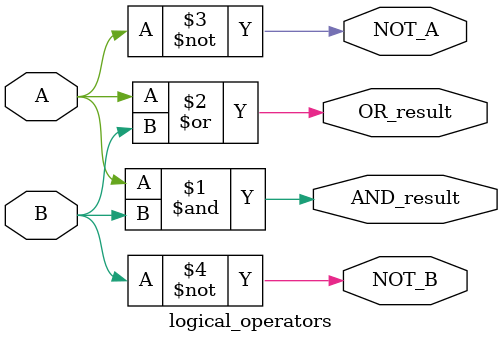
<source format=v>
module logical_operators(
    input A,
    input B,
    output AND_result,
    output OR_result,
    output NOT_A,
    output NOT_B
);

    assign AND_result = A & B;
    assign OR_result = A | B;
    assign NOT_A = ~A;
    assign NOT_B = ~B;

endmodule

</source>
